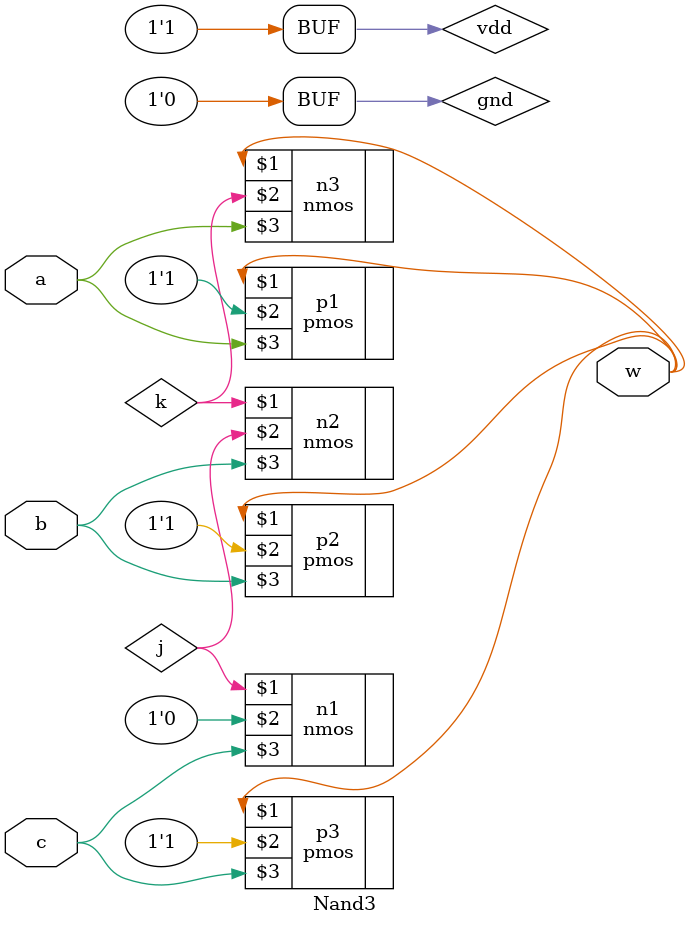
<source format=v>
`timescale 1ns/1ns
module Nand3(input a,b,c , output w);
    supply1 vdd; supply0 gnd;
    wire j,k;
    pmos #(5,6,7) p1(w,vdd,a),
                 p2(w,vdd,b),
                 p3(w,vdd,c);
    nmos #(3,4,5) n1(j,gnd,c),
                  n2(k,j,b),
                  n3(w,k,a);
endmodule



</source>
